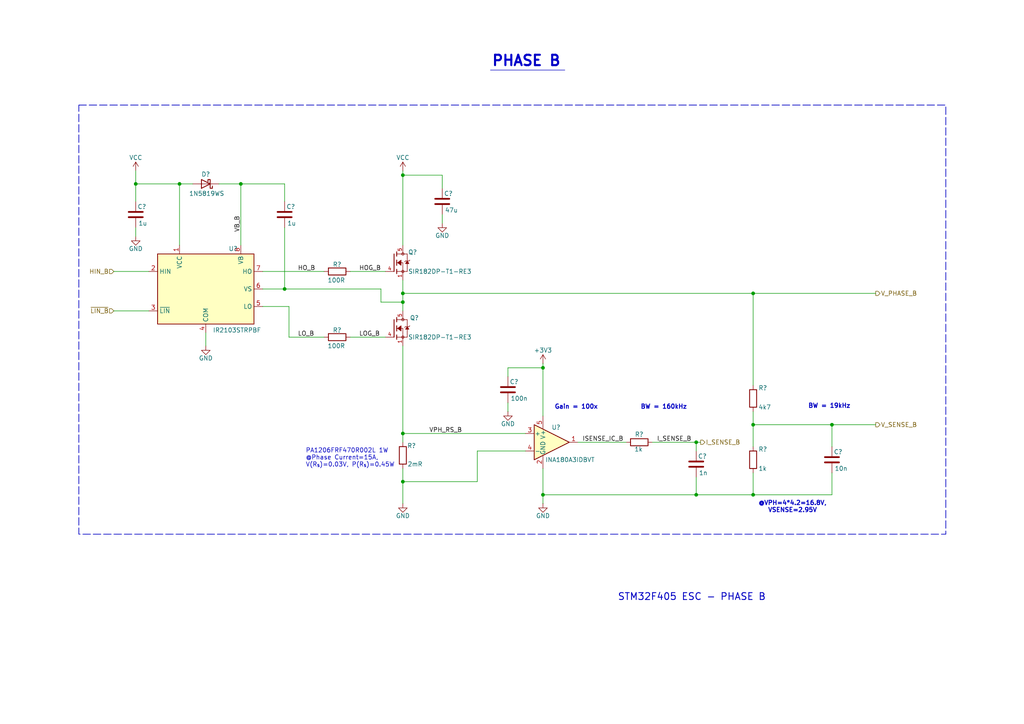
<source format=kicad_sch>
(kicad_sch (version 20250114) (generator "eeschema") (generator_version "9.0")
  (paper "A4")
  (title_block (title "STM32F405 ESC") (rev "0.0.1") (company "mangoByte"))
  (lib_symbols
    (symbol "Amplifier_Current:INA180A3" (pin_names (offset 0.127))
      (property "Reference" "U" (at 3.81 3.81 0))
      (property "Value" "INA180A3" (at 3.81 -2.54 0))
      (symbol "INA180A3_0_1"
        (polyline (pts (xy 5.08 0) (xy -5.08 5.08) (xy -5.08 -5.08) (xy 5.08 0)) (stroke (width 0.254)) (fill (type background)))
      )
      (symbol "INA180A3_1_1"
        (pin input line (at -7.62 2.54 0) (length 2.54) (name "+") (number "3"))
        (pin input line (at -7.62 -2.54 0) (length 2.54) (name "-") (number "4"))
        (pin power_in line (at -2.54 7.62 270) (length 3.81) (name "V+") (number "5"))
        (pin power_in line (at -2.54 -7.62 90) (length 3.81) (name "GND") (number "2"))
        (pin output line (at 7.62 0 180) (length 2.54) (name "~") (number "1"))
      )
    )
    (symbol "Device:C" (pin_numbers (hide yes)) (pin_names (offset 0.254))
      (property "Reference" "C" (at 0.635 2.54 0))
      (property "Value" "C" (at 0.635 -2.54 0))
      (symbol "C_0_1"
        (polyline (pts (xy -2.032 0.762) (xy 2.032 0.762)) (stroke (width 0.508)))
        (polyline (pts (xy -2.032 -0.762) (xy 2.032 -0.762)) (stroke (width 0.508)))
      )
      (symbol "C_1_1"
        (pin passive line (at 0 3.81 270) (length 2.794) (name "~") (number "1"))
        (pin passive line (at 0 -3.81 90) (length 2.794) (name "~") (number "2"))
      )
    )
    (symbol "Diode:1N5819WS" (pin_numbers (hide yes)) (pin_names (offset 1.016) (hide yes))
      (property "Reference" "D" (at 0 2.54 0))
      (property "Value" "1N5819WS" (at 0 -2.54 0))
      (symbol "1N5819WS_0_1"
        (polyline (pts (xy -1.905 0.635) (xy -1.905 1.27) (xy -1.27 1.27) (xy -1.27 -1.27) (xy -0.635 -1.27) (xy -0.635 -0.635)) (stroke (width 0.254)))
        (polyline (pts (xy 1.27 1.27) (xy 1.27 -1.27) (xy -1.27 0) (xy 1.27 1.27)) (stroke (width 0.254)))
        (polyline (pts (xy 1.27 0) (xy -1.27 0)))
      )
      (symbol "1N5819WS_1_1"
        (pin passive line (at -3.81 0 0) (length 2.54) (name "K") (number "1"))
        (pin passive line (at 3.81 0 180) (length 2.54) (name "A") (number "2"))
      )
    )
    (symbol "No silk screen devices:R" (pin_numbers (hide yes)) (pin_names (offset 0))
      (property "Reference" "R" (at 2.032 0 90))
      (property "Value" "R" (at 0 0 90))
      (symbol "R_0_1"
        (rectangle (start -1.016 -2.54) (end 1.016 2.54) (stroke (width 0.254)))
      )
      (symbol "R_1_1"
        (pin passive line (at 0 3.81 270) (length 1.27) (name "~") (number "1"))
        (pin passive line (at 0 -3.81 90) (length 1.27) (name "~") (number "2"))
      )
    )
    (symbol "SIR182DP-T1-RE3:SIR182DP-T1-RE3" (pin_names (offset 1.016))
      (property "Reference" "Q" (at -8.89 2.54 0))
      (property "Value" "SIR182DP-T1-RE3" (at -8.89 -7.62 0))
      (symbol "SIR182DP-T1-RE3_0_0"
        (polyline (pts (xy 0 2.54) (xy 0 -2.54)) (stroke (width 0.254)))
        (polyline (pts (xy 0.762 3.175) (xy 0.762 2.54)) (stroke (width 0.254)))
        (polyline (pts (xy 0.762 2.54) (xy 0.762 1.905)) (stroke (width 0.254)))
        (polyline (pts (xy 0.762 2.54) (xy 3.81 2.54)) (stroke (width 0.1524)))
        (polyline (pts (xy 0.762 0.762) (xy 0.762 0)) (stroke (width 0.254)))
        (polyline (pts (xy 0.762 0) (xy 0.762 -0.762)) (stroke (width 0.254)))
        (polyline (pts (xy 0.762 0) (xy 2.54 0)) (stroke (width 0.1524)))
        (polyline (pts (xy 0.762 -1.905) (xy 0.762 -2.54)) (stroke (width 0.254)))
        (polyline (pts (xy 0.762 -2.54) (xy 0.762 -3.175)) (stroke (width 0.254)))
        (polyline (pts (xy 1.016 0) (xy 2.032 0.762) (xy 2.032 -0.762) (xy 1.016 0)) (stroke (width 0.1524)) (fill (type outline)))
        (circle (center 2.54 2.54) (radius 0.3592))
        (polyline (pts (xy 2.54 0) (xy 2.54 -2.54)) (stroke (width 0.1524)))
        (polyline (pts (xy 2.54 -2.54) (xy 0.762 -2.54)) (stroke (width 0.1524)))
        (polyline (pts (xy 2.54 -2.54) (xy 3.81 -2.54)) (stroke (width 0.1524)))
        (circle (center 2.54 -2.54) (radius 0.3592))
        (polyline (pts (xy 3.302 0.508) (xy 3.048 0.254)) (stroke (width 0.1524)))
        (polyline (pts (xy 3.81 2.54) (xy 3.81 0.508)) (stroke (width 0.1524)))
        (polyline (pts (xy 3.81 0.508) (xy 3.302 0.508)) (stroke (width 0.1524)))
        (polyline (pts (xy 3.81 0.508) (xy 3.81 -2.54)) (stroke (width 0.1524)))
        (polyline (pts (xy 3.81 0.508) (xy 3.302 -0.254) (xy 4.318 -0.254) (xy 3.81 0.508)) (stroke (width 0.1524)) (fill (type outline)))
        (polyline (pts (xy 4.318 0.508) (xy 3.81 0.508)) (stroke (width 0.1524)))
        (polyline (pts (xy 4.572 0.762) (xy 4.318 0.508)) (stroke (width 0.1524)))
        (pin passive line (at -2.54 -2.54 0) (length 2.54) (name "~") (number "4"))
        (pin passive line (at 2.54 5.08 270) (length 2.54) (name "~") (number "5"))
        (pin passive line (at 2.54 5.08 270) (length 2.54) (hide yes) (name "~") (number "6"))
        (pin passive line (at 2.54 5.08 270) (length 2.54) (hide yes) (name "~") (number "7"))
        (pin passive line (at 2.54 5.08 270) (length 2.54) (hide yes) (name "~") (number "8"))
        (pin passive line (at 2.54 5.08 270) (length 2.54) (hide yes) (name "~") (number "9"))
        (pin passive line (at 2.54 -5.08 90) (length 2.54) (name "~") (number "1"))
        (pin passive line (at 2.54 -5.08 90) (length 2.54) (hide yes) (name "~") (number "2"))
        (pin passive line (at 2.54 -5.08 90) (length 2.54) (hide yes) (name "~") (number "3"))
      )
    )
    (symbol "personal-library:IR2103"
      (property "Reference" "U" (at 12.192 11.176 0))
      (property "Value" "IR2103" (at 2.286 -11.684 0))
      (symbol "IR2103_0_1"
        (rectangle (start -13.97 10.16) (end 13.97 -10.16) (stroke (width 0.254)) (fill (type background)))
      )
      (symbol "IR2103_1_1"
        (pin input line (at -16.51 5.08 0) (length 2.54) (name "HIN") (number "2"))
        (pin input line (at -16.51 -6.35 0) (length 2.54) (name "~{LIN}") (number "3"))
        (pin power_in line (at -7.62 12.7 270) (length 2.54) (name "VCC") (number "1"))
        (pin power_in line (at 0 -12.7 90) (length 2.54) (name "COM") (number "4"))
        (pin passive line (at 10.16 12.7 270) (length 2.54) (name "VB") (number "8"))
        (pin output line (at 16.51 5.08 180) (length 2.54) (name "HO") (number "7"))
        (pin passive line (at 16.51 0 180) (length 2.54) (name "VS") (number "6"))
        (pin output line (at 16.51 -5.08 180) (length 2.54) (name "LO") (number "5"))
      )
    )
    (symbol "power:+3V3" (power) (pin_numbers (hide yes)) (pin_names (offset 0) (hide yes))
      (property "Value" "+3V3" (at 0 3.556 0))
      (symbol "+3V3_0_1"
        (polyline (pts (xy -0.762 1.27) (xy 0 2.54)))
        (polyline (pts (xy 0 2.54) (xy 0.762 1.27)))
        (polyline (pts (xy 0 0) (xy 0 2.54)))
      )
      (symbol "+3V3_1_1"
        (pin power_in line (at 0 0 90) (length 0) (name "~") (number "1"))
      )
    )
    (symbol "power:GND" (power) (pin_numbers (hide yes)) (pin_names (offset 0) (hide yes))
      (property "Value" "GND" (at 0 -3.81 0))
      (symbol "GND_0_1"
        (polyline (pts (xy 0 0) (xy 0 -1.27) (xy 1.27 -1.27) (xy 0 -2.54) (xy -1.27 -1.27) (xy 0 -1.27)))
      )
      (symbol "GND_1_1"
        (pin power_in line (at 0 0 270) (length 0) (name "~") (number "1"))
      )
    )
    (symbol "power:VCC" (power) (pin_numbers (hide yes)) (pin_names (offset 0) (hide yes))
      (property "Value" "VCC" (at 0 3.556 0))
      (symbol "VCC_0_1"
        (polyline (pts (xy -0.762 1.27) (xy 0 2.54)))
        (polyline (pts (xy 0 2.54) (xy 0.762 1.27)))
        (polyline (pts (xy 0 0) (xy 0 2.54)))
      )
      (symbol "VCC_1_1"
        (pin power_in line (at 0 0 90) (length 0) (name "~") (number "1"))
      )
    )
  )
  (rectangle (start 22.86 30.48) (end 274.32 154.94) (stroke (width 0.2) (type dash)))
  (text "PA1206FRF470R002L 1W\n@Phase Current=15A, \nV(R_{s})=0.03V, P(R_{s})=0.45W" (at 88.646 132.842 0) (effects (font (size 1.27 1.27)) (justify left)))
  (text "BW = 19kHz" (at 240.538 117.856 0) (effects (font (size 1.27 1.27) (thickness 0.254) (bold yes))))
  (text "PHASE B" (at 152.654 17.78 0) (effects (font (size 3 3) (thickness 0.6) (bold yes))))
  (text "@VPH=4*4.2=16.8V,\nVSENSE=2.95V" (at 229.87 147.066 0) (effects (font (size 1.27 1.27) (thickness 0.254) (bold yes))))
  (text "Gain = 100x" (at 167.132 118.11 0) (effects (font (size 1.27 1.27) (thickness 0.254) (bold yes))))
  (text "STM32F405 ESC - PHASE B" (at 200.66 173.228 0) (effects (font (size 2 2) (thickness 0.254) (bold yes))))
  (text "BW = 160kHz" (at 192.532 118.11 0) (effects (font (size 1.27 1.27) (thickness 0.254) (bold yes))))
  (junction (at 52.07 53.34))
  (junction (at 39.37 53.34))
  (junction (at 201.93 128.27))
  (junction (at 116.84 139.7))
  (junction (at 201.93 143.51))
  (junction (at 82.55 83.82))
  (junction (at 218.44 143.51))
  (junction (at 218.44 123.19))
  (junction (at 69.85 53.34))
  (junction (at 116.84 50.8))
  (junction (at 157.48 143.51))
  (junction (at 116.84 87.63))
  (junction (at 116.84 125.73))
  (junction (at 218.44 85.09))
  (junction (at 241.3 123.19))
  (junction (at 116.84 85.09))
  (junction (at 157.48 106.68))
  (wire (pts (xy 116.84 85.09) (xy 116.84 87.63)))
  (wire (pts (xy 116.84 81.28) (xy 116.84 85.09)))
  (wire (pts (xy 76.2 88.9) (xy 83.82 88.9)))
  (wire (pts (xy 116.84 85.09) (xy 218.44 85.09)))
  (wire (pts (xy 116.84 135.89) (xy 116.84 139.7)))
  (wire (pts (xy 138.43 130.81) (xy 138.43 139.7)))
  (wire (pts (xy 157.48 105.41) (xy 157.48 106.68)))
  (wire (pts (xy 116.84 100.33) (xy 116.84 125.73)))
  (wire (pts (xy 147.32 116.84) (xy 147.32 119.38)))
  (wire (pts (xy 157.48 106.68) (xy 157.48 120.65)))
  (wire (pts (xy 39.37 53.34) (xy 39.37 58.42)))
  (wire (pts (xy 241.3 123.19) (xy 241.3 129.54)))
  (wire (pts (xy 116.84 50.8) (xy 116.84 71.12)))
  (wire (pts (xy 157.48 143.51) (xy 157.48 146.05)))
  (wire (pts (xy 82.55 66.04) (xy 82.55 83.82)))
  (wire (pts (xy 241.3 137.16) (xy 241.3 143.51)))
  (wire (pts (xy 59.69 96.52) (xy 59.69 100.33)))
  (wire (pts (xy 128.27 64.77) (xy 128.27 62.23)))
  (wire (pts (xy 76.2 78.74) (xy 93.98 78.74)))
  (wire (pts (xy 152.4 130.81) (xy 138.43 130.81)))
  (wire (pts (xy 69.85 53.34) (xy 69.85 71.12)))
  (wire (pts (xy 201.93 138.43) (xy 201.93 143.51)))
  (wire (pts (xy 33.02 78.74) (xy 43.18 78.74)))
  (wire (pts (xy 110.49 87.63) (xy 116.84 87.63)))
  (wire (pts (xy 116.84 139.7) (xy 116.84 146.05)))
  (wire (pts (xy 83.82 88.9) (xy 83.82 97.79)))
  (wire (pts (xy 218.44 119.38) (xy 218.44 123.19)))
  (wire (pts (xy 218.44 85.09) (xy 254 85.09)))
  (wire (pts (xy 83.82 97.79) (xy 93.98 97.79)))
  (wire (pts (xy 52.07 53.34) (xy 55.88 53.34)))
  (wire (pts (xy 218.44 85.09) (xy 218.44 111.76)))
  (wire (pts (xy 101.6 78.74) (xy 111.76 78.74)))
  (wire (pts (xy 218.44 123.19) (xy 218.44 129.54)))
  (wire (pts (xy 52.07 71.12) (xy 52.07 53.34)))
  (wire (pts (xy 167.64 128.27) (xy 181.61 128.27)))
  (wire (pts (xy 39.37 66.04) (xy 39.37 68.58)))
  (wire (pts (xy 147.32 106.68) (xy 157.48 106.68)))
  (wire (pts (xy 116.84 125.73) (xy 116.84 128.27)))
  (wire (pts (xy 39.37 53.34) (xy 52.07 53.34)))
  (wire (pts (xy 116.84 49.53) (xy 116.84 50.8)))
  (wire (pts (xy 152.4 125.73) (xy 116.84 125.73)))
  (wire (pts (xy 101.6 97.79) (xy 111.76 97.79)))
  (wire (pts (xy 157.48 135.89) (xy 157.48 143.51)))
  (wire (pts (xy 63.5 53.34) (xy 69.85 53.34)))
  (wire (pts (xy 128.27 50.8) (xy 116.84 50.8)))
  (wire (pts (xy 218.44 123.19) (xy 241.3 123.19)))
  (wire (pts (xy 218.44 137.16) (xy 218.44 143.51)))
  (wire (pts (xy 201.93 128.27) (xy 201.93 130.81)))
  (wire (pts (xy 33.02 90.17) (xy 43.18 90.17)))
  (wire (pts (xy 189.23 128.27) (xy 201.93 128.27)))
  (wire (pts (xy 128.27 50.8) (xy 128.27 54.61)))
  (wire (pts (xy 147.32 106.68) (xy 147.32 109.22)))
  (wire (pts (xy 218.44 143.51) (xy 201.93 143.51)))
  (wire (pts (xy 157.48 143.51) (xy 201.93 143.51)))
  (wire (pts (xy 110.49 83.82) (xy 110.49 87.63)))
  (wire (pts (xy 201.93 128.27) (xy 203.2 128.27)))
  (wire (pts (xy 82.55 83.82) (xy 110.49 83.82)))
  (wire (pts (xy 82.55 53.34) (xy 69.85 53.34)))
  (wire (pts (xy 116.84 87.63) (xy 116.84 90.17)))
  (wire (pts (xy 241.3 143.51) (xy 218.44 143.51)))
  (wire (pts (xy 241.3 123.19) (xy 254 123.19)))
  (wire (pts (xy 82.55 83.82) (xy 76.2 83.82)))
  (wire (pts (xy 39.37 49.53) (xy 39.37 53.34)))
  (wire (pts (xy 82.55 58.42) (xy 82.55 53.34)))
  (polyline (pts (xy 142.24 20.32) (xy 163.83 20.32)))
  (wire (pts (xy 138.43 139.7) (xy 116.84 139.7)))
  (label "HOG_B" (at 104.14 78.74 0))
  (label "VPH_RS_B" (at 124.46 125.73 0))
  (label "ISENSE_IC_B" (at 168.91 128.27 0))
  (label "I_SENSE_B" (at 190.5 128.27 0))
  (label "LO_B" (at 86.36 97.79 0))
  (label "VB_B" (at 69.85 67.31 90))
  (label "HO_B" (at 86.36 78.74 0))
  (label "LOG_B" (at 104.14 97.79 0))
  (hierarchical_label "~{LIN_B}" (shape input) (at 33.02 90.17 180))
  (hierarchical_label "I_SENSE_B" (shape output) (at 203.2 128.27 0))
  (hierarchical_label "HIN_B" (shape input) (at 33.02 78.74 180))
  (hierarchical_label "V_SENSE_B" (shape output) (at 254 123.19 0))
  (hierarchical_label "V_PHASE_B" (shape output) (at 254 85.09 0))
  (symbol (lib_id "No silk screen devices:R") (at 185.42 128.27 90) (unit 1)
    (property "Reference" "R?" (at 186.69 125.984 90) (effects (justify left)))
    (property "Value" "1k" (at 186.436 130.302 90) (effects (justify left)))
    (property "Footprint" "No Silkscreen:R_0402_1005Metric" (effects (hide yes)))
    (property "Description" "Resistor" (effects (hide yes)))
  )
  (symbol (lib_id "No silk screen devices:R") (at 97.79 97.79 90) (unit 1)
    (property "Reference" "R?" (at 97.79 95.758 90))
    (property "Value" "100R" (at 97.536 100.33 90))
    (property "Footprint" "No Silkscreen:R_0805_2012Metric" (effects (hide yes)))
    (property "Description" "Resistor" (effects (hide yes)))
  )
  (symbol (lib_id "power:VCC") (at 116.84 49.53 0) (unit 1)
    (property "Reference" "#PWR011" (effects (hide yes)))
    (property "Value" "VCC" (at 116.84 45.72 0))
    (property "Description" "Power symbol creates a global label with name \"VCC\"" (effects (hide yes)))
  )
  (symbol (lib_id "personal-library:IR2103") (at 59.69 83.82 0) (unit 1)
    (property "Reference" "U?" (at 66.294 72.136 0) (effects (justify left)))
    (property "Value" "IR2103STRPBF" (at 61.722 95.758 0) (effects (justify left)))
    (property "Datasheet" "https://www.infineon.com/dgdl/ir2103.pdf?fileId=5546d462533600a4015355c7b54b166f" (effects (hide yes)))
    (property "Description" "Half-Bridge Driver, 600V, 210/360mA, PDIP-8/SOIC-8" (effects (hide yes)))
  )
  (symbol (lib_id "power:+3V3") (at 157.48 105.41 0) (unit 1)
    (property "Reference" "#PWR015" (effects (hide yes)))
    (property "Value" "+3V3" (at 157.48 101.6 0))
    (property "Description" "Power symbol creates a global label with name \"+3V3\"" (effects (hide yes)))
  )
  (symbol (lib_id "power:GND") (at 128.27 64.77 0) (unit 1)
    (property "Reference" "#PWR012" (effects (hide yes)))
    (property "Value" "GND" (at 128.27 68.326 0))
    (property "Description" "Power symbol creates a global label with name \"GND\" , ground" (effects (hide yes)))
  )
  (symbol (lib_id "Device:C") (at 201.93 134.62 0) (unit 1)
    (property "Reference" "C?" (at 202.438 132.334 0) (effects (justify left)))
    (property "Value" "1n" (at 202.692 137.16 0) (effects (justify left)))
    (property "Footprint" "No Silkscreen:C_0402_1005Metric" (effects (hide yes)))
    (property "Description" "Unpolarized capacitor" (effects (hide yes)))
  )
  (symbol (lib_id "Device:C") (at 82.55 62.23 0) (unit 1)
    (property "Reference" "C?" (at 83.058 59.944 0) (effects (justify left)))
    (property "Value" "1u" (at 83.312 64.77 0) (effects (justify left)))
    (property "Footprint" "No Silkscreen:C_0402_1005Metric" (effects (hide yes)))
    (property "Description" "Unpolarized capacitor" (effects (hide yes)))
  )
  (symbol (lib_id "power:GND") (at 116.84 146.05 0) (unit 1)
    (property "Reference" "#PWR017" (effects (hide yes)))
    (property "Value" "GND" (at 116.84 149.606 0))
    (property "Description" "Power symbol creates a global label with name \"GND\" , ground" (effects (hide yes)))
  )
  (symbol (lib_id "No silk screen devices:R") (at 218.44 115.57 0) (unit 1)
    (property "Reference" "R?" (at 219.964 112.522 0) (effects (justify left)))
    (property "Value" "4k7" (at 219.964 118.11 0) (effects (justify left)))
    (property "Footprint" "No Silkscreen:R_0402_1005Metric" (effects (hide yes)))
    (property "Description" "Resistor" (effects (hide yes)))
  )
  (symbol (lib_id "No silk screen devices:R") (at 116.84 132.08 0) (unit 1)
    (property "Reference" "R?" (at 119.38 129.286 0))
    (property "Value" "2mR" (at 120.396 134.62 0))
    (property "Footprint" "Resistor_SMD:R_1206_3216Metric" (effects (hide yes)))
    (property "Description" "Resistor" (effects (hide yes)))
  )
  (symbol (lib_id "power:GND") (at 59.69 100.33 0) (unit 1)
    (property "Reference" "#PWR014" (effects (hide yes)))
    (property "Value" "GND" (at 59.69 103.886 0))
    (property "Description" "Power symbol creates a global label with name \"GND\" , ground" (effects (hide yes)))
  )
  (symbol (lib_id "Device:C") (at 128.27 58.42 0) (unit 1)
    (property "Reference" "C?" (at 128.778 56.134 0) (effects (justify left)))
    (property "Value" "47u" (at 129.032 60.96 0) (effects (justify left)))
    (property "Description" "Unpolarized capacitor" (effects (hide yes)))
  )
  (symbol (lib_id "Device:C") (at 147.32 113.03 0) (unit 1)
    (property "Reference" "C?" (at 147.828 110.744 0) (effects (justify left)))
    (property "Value" "100n" (at 148.082 115.57 0) (effects (justify left)))
    (property "Footprint" "No Silkscreen:C_0402_1005Metric" (effects (hide yes)))
    (property "Description" "Unpolarized capacitor" (effects (hide yes)))
  )
  (symbol (lib_id "No silk screen devices:R") (at 97.79 78.74 90) (unit 1)
    (property "Reference" "R?" (at 97.79 76.708 90))
    (property "Value" "100R" (at 97.536 81.28 90))
    (property "Footprint" "No Silkscreen:R_0805_2012Metric" (effects (hide yes)))
    (property "Description" "Resistor" (effects (hide yes)))
  )
  (symbol (lib_id "power:VCC") (at 39.37 49.53 0) (unit 1)
    (property "Reference" "#PWR010" (effects (hide yes)))
    (property "Value" "VCC" (at 39.37 45.72 0))
    (property "Description" "Power symbol creates a global label with name \"VCC\"" (effects (hide yes)))
  )
  (symbol (lib_id "No silk screen devices:R") (at 218.44 133.35 0) (unit 1)
    (property "Reference" "R?" (at 219.964 130.302 0) (effects (justify left)))
    (property "Value" "1k" (at 219.964 135.89 0) (effects (justify left)))
    (property "Footprint" "No Silkscreen:R_0402_1005Metric" (effects (hide yes)))
    (property "Description" "Resistor" (effects (hide yes)))
  )
  (symbol (lib_id "SIR182DP-T1-RE3:SIR182DP-T1-RE3") (at 114.3 76.2 0) (unit 1)
    (property "Reference" "Q?" (at 118.364 73.152 0) (effects (justify left)))
    (property "Value" "SIR182DP-T1-RE3" (at 118.364 78.74 0) (effects (justify left)))
    (property "Footprint" "SIR182DP-T1-RE3:SIR182DP-T1-RE3" (effects (hide yes)))
    (property "MF" "Vishay" (effects (hide yes)))
    (property "Description_1" "N-Channel 60 V 60A (Tc) 69.4W (Tc) Surface Mount PowerPAK® SO-8" (effects (hide yes)))
    (property "Package" "PowerPAK SO-8 Vishay" (effects (hide yes)))
    (property "Price" "None" (effects (hide yes)))
    (property "STANDARD" "Manufacturer Recommendations" (effects (hide yes)))
    (property "PARTREV" "B" (effects (hide yes)))
    (property "SnapEDA_Link" "https://www.snapeda.com/parts/SIR182DP-T1-RE3/Vishay+Siliconix/view-part/?ref=snap" (effects (hide yes)))
    (property "MP" "SIR182DP-T1-RE3" (effects (hide yes)))
    (property "Purchase-URL" "https://www.snapeda.com/api/url_track_click_mouser/?unipart_id=3228614&manufacturer=Vishay&part_name=SIR182DP-T1-RE3&search_term=sir182dp-t1-re3" (effects (hide yes)))
    (property "Availability" "In Stock" (effects (hide yes)))
    (property "Check_prices" "https://www.snapeda.com/parts/SIR182DP-T1-RE3/Vishay+Siliconix/view-part/?ref=eda" (effects (hide yes)))
  )
  (symbol (lib_id "SIR182DP-T1-RE3:SIR182DP-T1-RE3") (at 114.3 95.25 0) (unit 1)
    (property "Reference" "Q?" (at 118.872 92.202 0) (effects (justify left)))
    (property "Value" "SIR182DP-T1-RE3" (at 118.364 97.79 0) (effects (justify left)))
    (property "Footprint" "SIR182DP-T1-RE3:SIR182DP-T1-RE3" (effects (hide yes)))
    (property "MF" "Vishay" (effects (hide yes)))
    (property "Description_1" "N-Channel 60 V 60A (Tc) 69.4W (Tc) Surface Mount PowerPAK® SO-8" (effects (hide yes)))
    (property "Package" "PowerPAK SO-8 Vishay" (effects (hide yes)))
    (property "Price" "None" (effects (hide yes)))
    (property "STANDARD" "Manufacturer Recommendations" (effects (hide yes)))
    (property "PARTREV" "B" (effects (hide yes)))
    (property "SnapEDA_Link" "https://www.snapeda.com/parts/SIR182DP-T1-RE3/Vishay+Siliconix/view-part/?ref=snap" (effects (hide yes)))
    (property "MP" "SIR182DP-T1-RE3" (effects (hide yes)))
    (property "Purchase-URL" "https://www.snapeda.com/api/url_track_click_mouser/?unipart_id=3228614&manufacturer=Vishay&part_name=SIR182DP-T1-RE3&search_term=sir182dp-t1-re3" (effects (hide yes)))
    (property "Availability" "In Stock" (effects (hide yes)))
    (property "Check_prices" "https://www.snapeda.com/parts/SIR182DP-T1-RE3/Vishay+Siliconix/view-part/?ref=eda" (effects (hide yes)))
  )
  (symbol (lib_id "Diode:1N5819WS") (at 59.69 53.34 180) (unit 1)
    (property "Reference" "D?" (at 59.69 50.546 0))
    (property "Value" "1N5819WS" (at 59.944 56.134 0))
    (property "Footprint" "Diode_SMD:D_SOD-323" (effects (hide yes)))
    (property "Datasheet" "https://datasheet.lcsc.com/lcsc/2204281430_Guangdong-Hottech-1N5819WS_C191023.pdf" (effects (hide yes)))
    (property "Description" "40V 600mV@1A 1A SOD-323 Schottky Barrier Diodes, SOD-323" (effects (hide yes)))
  )
  (symbol (lib_id "Device:C") (at 241.3 133.35 0) (unit 1)
    (property "Reference" "C?" (at 241.808 131.064 0) (effects (justify left)))
    (property "Value" "10n" (at 242.062 135.89 0) (effects (justify left)))
    (property "Footprint" "No Silkscreen:C_0402_1005Metric" (effects (hide yes)))
    (property "Description" "Unpolarized capacitor" (effects (hide yes)))
  )
  (symbol (lib_id "power:GND") (at 39.37 68.58 0) (unit 1)
    (property "Reference" "#PWR013" (effects (hide yes)))
    (property "Value" "GND" (at 39.37 72.136 0))
    (property "Description" "Power symbol creates a global label with name \"GND\" , ground" (effects (hide yes)))
  )
  (symbol (lib_id "power:GND") (at 147.32 119.38 0) (unit 1)
    (property "Reference" "#PWR016" (effects (hide yes)))
    (property "Value" "GND" (at 147.32 122.936 0))
    (property "Description" "Power symbol creates a global label with name \"GND\" , ground" (effects (hide yes)))
  )
  (symbol (lib_id "Amplifier_Current:INA180A3") (at 160.02 128.27 0) (unit 1)
    (property "Reference" "U?" (at 161.29 123.952 0))
    (property "Value" "INA180A3IDBVT" (at 165.354 133.35 0))
    (property "Footprint" "Package_TO_SOT_SMD:SOT-23-5" (effects (hide yes)))
    (property "Datasheet" "http://www.ti.com/lit/ds/symlink/ina180.pdf" (effects (hide yes)))
    (property "Description" "Current Sense Amplifier, 1 Circuit, Rail-to-Rail, 26V, Gain 100 V/V, SOT-23-5" (effects (hide yes)))
  )
  (symbol (lib_id "power:GND") (at 157.48 146.05 0) (unit 1)
    (property "Reference" "#PWR018" (effects (hide yes)))
    (property "Value" "GND" (at 157.48 149.606 0))
    (property "Description" "Power symbol creates a global label with name \"GND\" , ground" (effects (hide yes)))
  )
  (symbol (lib_id "Device:C") (at 39.37 62.23 0) (unit 1)
    (property "Reference" "C?" (at 39.878 59.944 0) (effects (justify left)))
    (property "Value" "1u" (at 40.132 64.77 0) (effects (justify left)))
    (property "Footprint" "No Silkscreen:C_0402_1005Metric" (effects (hide yes)))
    (property "Description" "Unpolarized capacitor" (effects (hide yes)))
  )
)
</source>
